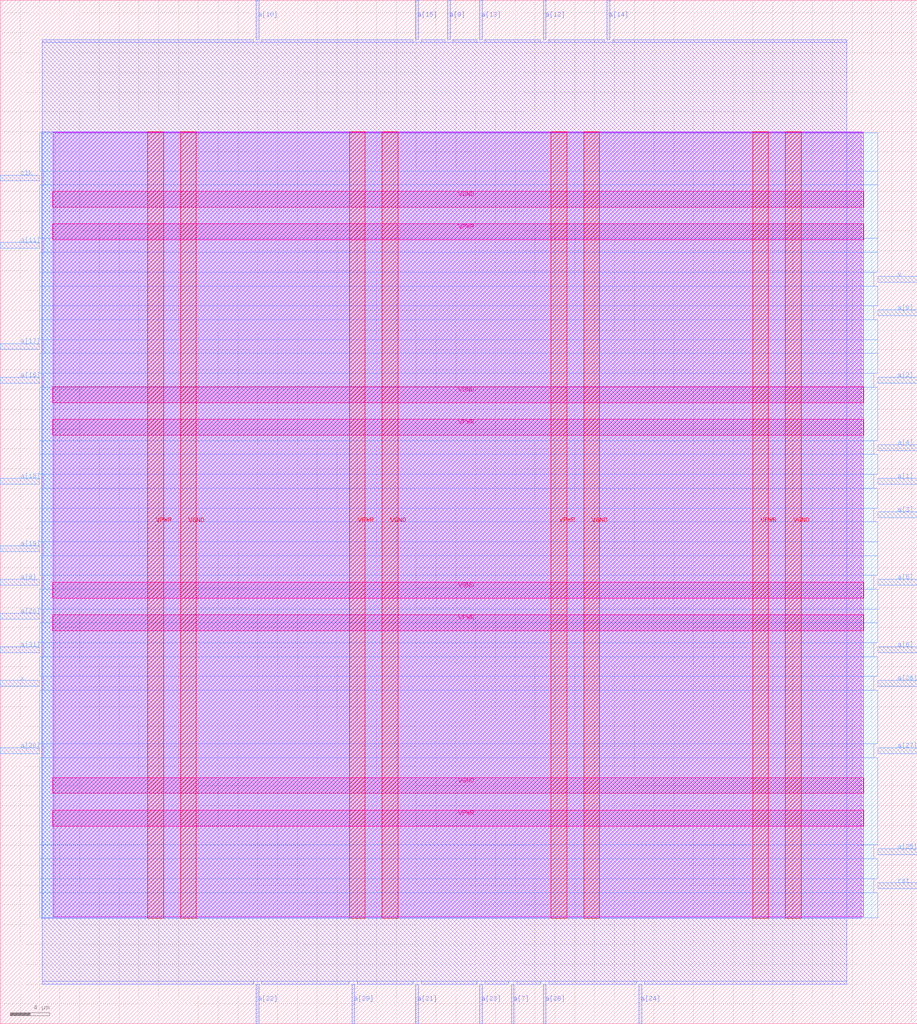
<source format=lef>
VERSION 5.7 ;
  NOWIREEXTENSIONATPIN ON ;
  DIVIDERCHAR "/" ;
  BUSBITCHARS "[]" ;
MACRO spm
  CLASS BLOCK ;
  FOREIGN spm ;
  ORIGIN 0.000 0.000 ;
  SIZE 92.580 BY 103.300 ;
  PIN VGND
    DIRECTION INOUT ;
    USE GROUND ;
    PORT
      LAYER met4 ;
        RECT 18.195 10.640 19.795 90.000 ;
    END
    PORT
      LAYER met4 ;
        RECT 38.550 10.640 40.150 90.000 ;
    END
    PORT
      LAYER met4 ;
        RECT 58.905 10.640 60.505 90.000 ;
    END
    PORT
      LAYER met4 ;
        RECT 79.260 10.640 80.860 90.000 ;
    END
    PORT
      LAYER met5 ;
        RECT 5.280 23.240 87.180 24.840 ;
    END
    PORT
      LAYER met5 ;
        RECT 5.280 42.960 87.180 44.560 ;
    END
    PORT
      LAYER met5 ;
        RECT 5.280 62.680 87.180 64.280 ;
    END
    PORT
      LAYER met5 ;
        RECT 5.280 82.400 87.180 84.000 ;
    END
  END VGND
  PIN VPWR
    DIRECTION INOUT ;
    USE POWER ;
    PORT
      LAYER met4 ;
        RECT 14.895 10.640 16.495 90.000 ;
    END
    PORT
      LAYER met4 ;
        RECT 35.250 10.640 36.850 90.000 ;
    END
    PORT
      LAYER met4 ;
        RECT 55.605 10.640 57.205 90.000 ;
    END
    PORT
      LAYER met4 ;
        RECT 75.960 10.640 77.560 90.000 ;
    END
    PORT
      LAYER met5 ;
        RECT 5.280 19.940 87.180 21.540 ;
    END
    PORT
      LAYER met5 ;
        RECT 5.280 39.660 87.180 41.260 ;
    END
    PORT
      LAYER met5 ;
        RECT 5.280 59.380 87.180 60.980 ;
    END
    PORT
      LAYER met5 ;
        RECT 5.280 79.100 87.180 80.700 ;
    END
  END VPWR
  PIN a[0]
    DIRECTION INPUT ;
    USE SIGNAL ;
    ANTENNAGATEAREA 0.196500 ;
    PORT
      LAYER met3 ;
        RECT 88.580 71.440 92.580 72.040 ;
    END
  END a[0]
  PIN a[10]
    DIRECTION INPUT ;
    USE SIGNAL ;
    ANTENNAGATEAREA 0.196500 ;
    PORT
      LAYER met2 ;
        RECT 25.850 99.300 26.130 103.300 ;
    END
  END a[10]
  PIN a[11]
    DIRECTION INPUT ;
    USE SIGNAL ;
    ANTENNAGATEAREA 0.196500 ;
    PORT
      LAYER met3 ;
        RECT 0.000 78.240 4.000 78.840 ;
    END
  END a[11]
  PIN a[12]
    DIRECTION INPUT ;
    USE SIGNAL ;
    ANTENNAGATEAREA 0.196500 ;
    PORT
      LAYER met2 ;
        RECT 54.830 99.300 55.110 103.300 ;
    END
  END a[12]
  PIN a[13]
    DIRECTION INPUT ;
    USE SIGNAL ;
    ANTENNAGATEAREA 0.196500 ;
    PORT
      LAYER met2 ;
        RECT 48.390 99.300 48.670 103.300 ;
    END
  END a[13]
  PIN a[14]
    DIRECTION INPUT ;
    USE SIGNAL ;
    ANTENNAGATEAREA 0.196500 ;
    PORT
      LAYER met2 ;
        RECT 61.270 99.300 61.550 103.300 ;
    END
  END a[14]
  PIN a[15]
    DIRECTION INPUT ;
    USE SIGNAL ;
    ANTENNAGATEAREA 0.196500 ;
    PORT
      LAYER met2 ;
        RECT 41.950 99.300 42.230 103.300 ;
    END
  END a[15]
  PIN a[16]
    DIRECTION INPUT ;
    USE SIGNAL ;
    ANTENNAGATEAREA 0.196500 ;
    PORT
      LAYER met3 ;
        RECT 0.000 64.640 4.000 65.240 ;
    END
  END a[16]
  PIN a[17]
    DIRECTION INPUT ;
    USE SIGNAL ;
    ANTENNAGATEAREA 0.196500 ;
    PORT
      LAYER met3 ;
        RECT 0.000 68.040 4.000 68.640 ;
    END
  END a[17]
  PIN a[18]
    DIRECTION INPUT ;
    USE SIGNAL ;
    ANTENNAGATEAREA 0.196500 ;
    PORT
      LAYER met3 ;
        RECT 0.000 54.440 4.000 55.040 ;
    END
  END a[18]
  PIN a[19]
    DIRECTION INPUT ;
    USE SIGNAL ;
    ANTENNAGATEAREA 0.196500 ;
    PORT
      LAYER met3 ;
        RECT 0.000 47.640 4.000 48.240 ;
    END
  END a[19]
  PIN a[1]
    DIRECTION INPUT ;
    USE SIGNAL ;
    ANTENNAGATEAREA 0.196500 ;
    PORT
      LAYER met3 ;
        RECT 88.580 54.440 92.580 55.040 ;
    END
  END a[1]
  PIN a[20]
    DIRECTION INPUT ;
    USE SIGNAL ;
    ANTENNAGATEAREA 0.196500 ;
    PORT
      LAYER met3 ;
        RECT 0.000 40.840 4.000 41.440 ;
    END
  END a[20]
  PIN a[21]
    DIRECTION INPUT ;
    USE SIGNAL ;
    ANTENNAGATEAREA 0.196500 ;
    PORT
      LAYER met2 ;
        RECT 41.950 0.000 42.230 4.000 ;
    END
  END a[21]
  PIN a[22]
    DIRECTION INPUT ;
    USE SIGNAL ;
    ANTENNAGATEAREA 0.196500 ;
    PORT
      LAYER met2 ;
        RECT 25.850 0.000 26.130 4.000 ;
    END
  END a[22]
  PIN a[23]
    DIRECTION INPUT ;
    USE SIGNAL ;
    ANTENNAGATEAREA 0.196500 ;
    PORT
      LAYER met2 ;
        RECT 48.390 0.000 48.670 4.000 ;
    END
  END a[23]
  PIN a[24]
    DIRECTION INPUT ;
    USE SIGNAL ;
    ANTENNAGATEAREA 0.196500 ;
    PORT
      LAYER met2 ;
        RECT 64.490 0.000 64.770 4.000 ;
    END
  END a[24]
  PIN a[25]
    DIRECTION INPUT ;
    USE SIGNAL ;
    ANTENNAGATEAREA 0.196500 ;
    PORT
      LAYER met3 ;
        RECT 88.580 17.040 92.580 17.640 ;
    END
  END a[25]
  PIN a[26]
    DIRECTION INPUT ;
    USE SIGNAL ;
    ANTENNAGATEAREA 0.196500 ;
    PORT
      LAYER met3 ;
        RECT 88.580 34.040 92.580 34.640 ;
    END
  END a[26]
  PIN a[27]
    DIRECTION INPUT ;
    USE SIGNAL ;
    ANTENNAGATEAREA 0.196500 ;
    PORT
      LAYER met3 ;
        RECT 88.580 27.240 92.580 27.840 ;
    END
  END a[27]
  PIN a[28]
    DIRECTION INPUT ;
    USE SIGNAL ;
    ANTENNAGATEAREA 0.196500 ;
    PORT
      LAYER met2 ;
        RECT 54.830 0.000 55.110 4.000 ;
    END
  END a[28]
  PIN a[29]
    DIRECTION INPUT ;
    USE SIGNAL ;
    ANTENNAGATEAREA 0.196500 ;
    PORT
      LAYER met2 ;
        RECT 35.510 0.000 35.790 4.000 ;
    END
  END a[29]
  PIN a[2]
    DIRECTION INPUT ;
    USE SIGNAL ;
    ANTENNAGATEAREA 0.196500 ;
    PORT
      LAYER met3 ;
        RECT 88.580 64.640 92.580 65.240 ;
    END
  END a[2]
  PIN a[30]
    DIRECTION INPUT ;
    USE SIGNAL ;
    ANTENNAGATEAREA 0.196500 ;
    PORT
      LAYER met3 ;
        RECT 0.000 27.240 4.000 27.840 ;
    END
  END a[30]
  PIN a[31]
    DIRECTION INPUT ;
    USE SIGNAL ;
    ANTENNAGATEAREA 0.196500 ;
    PORT
      LAYER met3 ;
        RECT 0.000 37.440 4.000 38.040 ;
    END
  END a[31]
  PIN a[3]
    DIRECTION INPUT ;
    USE SIGNAL ;
    ANTENNAGATEAREA 0.196500 ;
    PORT
      LAYER met3 ;
        RECT 88.580 51.040 92.580 51.640 ;
    END
  END a[3]
  PIN a[4]
    DIRECTION INPUT ;
    USE SIGNAL ;
    ANTENNAGATEAREA 0.196500 ;
    PORT
      LAYER met3 ;
        RECT 88.580 57.840 92.580 58.440 ;
    END
  END a[4]
  PIN a[5]
    DIRECTION INPUT ;
    USE SIGNAL ;
    ANTENNAGATEAREA 0.196500 ;
    PORT
      LAYER met3 ;
        RECT 88.580 44.240 92.580 44.840 ;
    END
  END a[5]
  PIN a[6]
    DIRECTION INPUT ;
    USE SIGNAL ;
    ANTENNAGATEAREA 0.196500 ;
    PORT
      LAYER met3 ;
        RECT 88.580 37.440 92.580 38.040 ;
    END
  END a[6]
  PIN a[7]
    DIRECTION INPUT ;
    USE SIGNAL ;
    ANTENNAGATEAREA 0.196500 ;
    PORT
      LAYER met2 ;
        RECT 51.610 0.000 51.890 4.000 ;
    END
  END a[7]
  PIN a[8]
    DIRECTION INPUT ;
    USE SIGNAL ;
    ANTENNAGATEAREA 0.196500 ;
    PORT
      LAYER met3 ;
        RECT 0.000 44.240 4.000 44.840 ;
    END
  END a[8]
  PIN a[9]
    DIRECTION INPUT ;
    USE SIGNAL ;
    ANTENNAGATEAREA 0.196500 ;
    PORT
      LAYER met2 ;
        RECT 45.170 99.300 45.450 103.300 ;
    END
  END a[9]
  PIN clk
    DIRECTION INPUT ;
    USE SIGNAL ;
    ANTENNAGATEAREA 0.196500 ;
    PORT
      LAYER met3 ;
        RECT 0.000 85.040 4.000 85.640 ;
    END
  END clk
  PIN rst
    DIRECTION INPUT ;
    USE SIGNAL ;
    ANTENNAGATEAREA 0.196500 ;
    PORT
      LAYER met3 ;
        RECT 88.580 13.640 92.580 14.240 ;
    END
  END rst
  PIN x
    DIRECTION INPUT ;
    USE SIGNAL ;
    ANTENNAGATEAREA 0.159000 ;
    PORT
      LAYER met3 ;
        RECT 0.000 34.040 4.000 34.640 ;
    END
  END x
  PIN y
    DIRECTION OUTPUT ;
    USE SIGNAL ;
    ANTENNADIFFAREA 0.445500 ;
    PORT
      LAYER met3 ;
        RECT 88.580 74.840 92.580 75.440 ;
    END
  END y
  OBS
      LAYER nwell ;
        RECT 5.330 10.795 87.130 89.950 ;
      LAYER li1 ;
        RECT 5.520 10.795 86.940 89.845 ;
      LAYER met1 ;
        RECT 4.210 10.640 86.940 90.000 ;
      LAYER met2 ;
        RECT 4.230 99.020 25.570 99.300 ;
        RECT 26.410 99.020 41.670 99.300 ;
        RECT 42.510 99.020 44.890 99.300 ;
        RECT 45.730 99.020 48.110 99.300 ;
        RECT 48.950 99.020 54.550 99.300 ;
        RECT 55.390 99.020 60.990 99.300 ;
        RECT 61.830 99.020 85.470 99.300 ;
        RECT 4.230 4.280 85.470 99.020 ;
        RECT 4.230 4.000 25.570 4.280 ;
        RECT 26.410 4.000 35.230 4.280 ;
        RECT 36.070 4.000 41.670 4.280 ;
        RECT 42.510 4.000 48.110 4.280 ;
        RECT 48.950 4.000 51.330 4.280 ;
        RECT 52.170 4.000 54.550 4.280 ;
        RECT 55.390 4.000 64.210 4.280 ;
        RECT 65.050 4.000 85.470 4.280 ;
      LAYER met3 ;
        RECT 3.990 86.040 88.580 89.925 ;
        RECT 4.400 84.640 88.580 86.040 ;
        RECT 3.990 79.240 88.580 84.640 ;
        RECT 4.400 77.840 88.580 79.240 ;
        RECT 3.990 75.840 88.580 77.840 ;
        RECT 3.990 74.440 88.180 75.840 ;
        RECT 3.990 72.440 88.580 74.440 ;
        RECT 3.990 71.040 88.180 72.440 ;
        RECT 3.990 69.040 88.580 71.040 ;
        RECT 4.400 67.640 88.580 69.040 ;
        RECT 3.990 65.640 88.580 67.640 ;
        RECT 4.400 64.240 88.180 65.640 ;
        RECT 3.990 58.840 88.580 64.240 ;
        RECT 3.990 57.440 88.180 58.840 ;
        RECT 3.990 55.440 88.580 57.440 ;
        RECT 4.400 54.040 88.180 55.440 ;
        RECT 3.990 52.040 88.580 54.040 ;
        RECT 3.990 50.640 88.180 52.040 ;
        RECT 3.990 48.640 88.580 50.640 ;
        RECT 4.400 47.240 88.580 48.640 ;
        RECT 3.990 45.240 88.580 47.240 ;
        RECT 4.400 43.840 88.180 45.240 ;
        RECT 3.990 41.840 88.580 43.840 ;
        RECT 4.400 40.440 88.580 41.840 ;
        RECT 3.990 38.440 88.580 40.440 ;
        RECT 4.400 37.040 88.180 38.440 ;
        RECT 3.990 35.040 88.580 37.040 ;
        RECT 4.400 33.640 88.180 35.040 ;
        RECT 3.990 28.240 88.580 33.640 ;
        RECT 4.400 26.840 88.180 28.240 ;
        RECT 3.990 18.040 88.580 26.840 ;
        RECT 3.990 16.640 88.180 18.040 ;
        RECT 3.990 14.640 88.580 16.640 ;
        RECT 3.990 13.240 88.180 14.640 ;
        RECT 3.990 10.715 88.580 13.240 ;
  END
END spm
END LIBRARY


</source>
